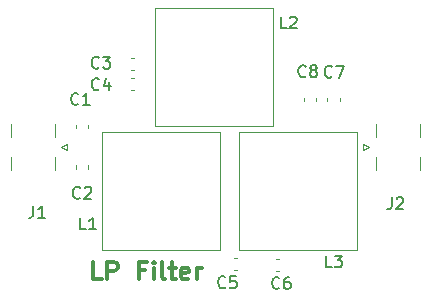
<source format=gbr>
%TF.GenerationSoftware,KiCad,Pcbnew,(6.0.1)*%
%TF.CreationDate,2022-02-12T12:27:59+00:00*%
%TF.ProjectId,LowPass_10mm,4c6f7750-6173-4735-9f31-306d6d2e6b69,rev?*%
%TF.SameCoordinates,Original*%
%TF.FileFunction,Legend,Top*%
%TF.FilePolarity,Positive*%
%FSLAX46Y46*%
G04 Gerber Fmt 4.6, Leading zero omitted, Abs format (unit mm)*
G04 Created by KiCad (PCBNEW (6.0.1)) date 2022-02-12 12:27:59*
%MOMM*%
%LPD*%
G01*
G04 APERTURE LIST*
%ADD10C,0.300000*%
%ADD11C,0.150000*%
%ADD12C,0.120000*%
G04 APERTURE END LIST*
D10*
X107872685Y-123741571D02*
X107158400Y-123741571D01*
X107158400Y-122241571D01*
X108372685Y-123741571D02*
X108372685Y-122241571D01*
X108944114Y-122241571D01*
X109086971Y-122313000D01*
X109158400Y-122384428D01*
X109229828Y-122527285D01*
X109229828Y-122741571D01*
X109158400Y-122884428D01*
X109086971Y-122955857D01*
X108944114Y-123027285D01*
X108372685Y-123027285D01*
X111515542Y-122955857D02*
X111015542Y-122955857D01*
X111015542Y-123741571D02*
X111015542Y-122241571D01*
X111729828Y-122241571D01*
X112301257Y-123741571D02*
X112301257Y-122741571D01*
X112301257Y-122241571D02*
X112229828Y-122313000D01*
X112301257Y-122384428D01*
X112372685Y-122313000D01*
X112301257Y-122241571D01*
X112301257Y-122384428D01*
X113229828Y-123741571D02*
X113086971Y-123670142D01*
X113015542Y-123527285D01*
X113015542Y-122241571D01*
X113586971Y-122741571D02*
X114158400Y-122741571D01*
X113801257Y-122241571D02*
X113801257Y-123527285D01*
X113872685Y-123670142D01*
X114015542Y-123741571D01*
X114158400Y-123741571D01*
X115229828Y-123670142D02*
X115086971Y-123741571D01*
X114801257Y-123741571D01*
X114658400Y-123670142D01*
X114586971Y-123527285D01*
X114586971Y-122955857D01*
X114658400Y-122813000D01*
X114801257Y-122741571D01*
X115086971Y-122741571D01*
X115229828Y-122813000D01*
X115301257Y-122955857D01*
X115301257Y-123098714D01*
X114586971Y-123241571D01*
X115944114Y-123741571D02*
X115944114Y-122741571D01*
X115944114Y-123027285D02*
X116015542Y-122884428D01*
X116086971Y-122813000D01*
X116229828Y-122741571D01*
X116372685Y-122741571D01*
D11*
%TO.C,L3*%
X127366733Y-122727980D02*
X126890542Y-122727980D01*
X126890542Y-121727980D01*
X127604828Y-121727980D02*
X128223876Y-121727980D01*
X127890542Y-122108933D01*
X128033400Y-122108933D01*
X128128638Y-122156552D01*
X128176257Y-122204171D01*
X128223876Y-122299409D01*
X128223876Y-122537504D01*
X128176257Y-122632742D01*
X128128638Y-122680361D01*
X128033400Y-122727980D01*
X127747685Y-122727980D01*
X127652447Y-122680361D01*
X127604828Y-122632742D01*
%TO.C,L2*%
X123531333Y-102484180D02*
X123055142Y-102484180D01*
X123055142Y-101484180D01*
X123817047Y-101579419D02*
X123864666Y-101531800D01*
X123959904Y-101484180D01*
X124198000Y-101484180D01*
X124293238Y-101531800D01*
X124340857Y-101579419D01*
X124388476Y-101674657D01*
X124388476Y-101769895D01*
X124340857Y-101912752D01*
X123769428Y-102484180D01*
X124388476Y-102484180D01*
%TO.C,L1*%
X106538733Y-119502180D02*
X106062542Y-119502180D01*
X106062542Y-118502180D01*
X107395876Y-119502180D02*
X106824447Y-119502180D01*
X107110161Y-119502180D02*
X107110161Y-118502180D01*
X107014923Y-118645038D01*
X106919685Y-118740276D01*
X106824447Y-118787895D01*
%TO.C,C4*%
X107656333Y-107621342D02*
X107608714Y-107668961D01*
X107465857Y-107716580D01*
X107370619Y-107716580D01*
X107227761Y-107668961D01*
X107132523Y-107573723D01*
X107084904Y-107478485D01*
X107037285Y-107288009D01*
X107037285Y-107145152D01*
X107084904Y-106954676D01*
X107132523Y-106859438D01*
X107227761Y-106764200D01*
X107370619Y-106716580D01*
X107465857Y-106716580D01*
X107608714Y-106764200D01*
X107656333Y-106811819D01*
X108513476Y-107049914D02*
X108513476Y-107716580D01*
X108275380Y-106668961D02*
X108037285Y-107383247D01*
X108656333Y-107383247D01*
%TO.C,C1*%
X105903733Y-108865942D02*
X105856114Y-108913561D01*
X105713257Y-108961180D01*
X105618019Y-108961180D01*
X105475161Y-108913561D01*
X105379923Y-108818323D01*
X105332304Y-108723085D01*
X105284685Y-108532609D01*
X105284685Y-108389752D01*
X105332304Y-108199276D01*
X105379923Y-108104038D01*
X105475161Y-108008800D01*
X105618019Y-107961180D01*
X105713257Y-107961180D01*
X105856114Y-108008800D01*
X105903733Y-108056419D01*
X106856114Y-108961180D02*
X106284685Y-108961180D01*
X106570400Y-108961180D02*
X106570400Y-107961180D01*
X106475161Y-108104038D01*
X106379923Y-108199276D01*
X106284685Y-108246895D01*
%TO.C,C8*%
X125156933Y-106529142D02*
X125109314Y-106576761D01*
X124966457Y-106624380D01*
X124871219Y-106624380D01*
X124728361Y-106576761D01*
X124633123Y-106481523D01*
X124585504Y-106386285D01*
X124537885Y-106195809D01*
X124537885Y-106052952D01*
X124585504Y-105862476D01*
X124633123Y-105767238D01*
X124728361Y-105672000D01*
X124871219Y-105624380D01*
X124966457Y-105624380D01*
X125109314Y-105672000D01*
X125156933Y-105719619D01*
X125728361Y-106052952D02*
X125633123Y-106005333D01*
X125585504Y-105957714D01*
X125537885Y-105862476D01*
X125537885Y-105814857D01*
X125585504Y-105719619D01*
X125633123Y-105672000D01*
X125728361Y-105624380D01*
X125918838Y-105624380D01*
X126014076Y-105672000D01*
X126061695Y-105719619D01*
X126109314Y-105814857D01*
X126109314Y-105862476D01*
X126061695Y-105957714D01*
X126014076Y-106005333D01*
X125918838Y-106052952D01*
X125728361Y-106052952D01*
X125633123Y-106100571D01*
X125585504Y-106148190D01*
X125537885Y-106243428D01*
X125537885Y-106433904D01*
X125585504Y-106529142D01*
X125633123Y-106576761D01*
X125728361Y-106624380D01*
X125918838Y-106624380D01*
X126014076Y-106576761D01*
X126061695Y-106529142D01*
X126109314Y-106433904D01*
X126109314Y-106243428D01*
X126061695Y-106148190D01*
X126014076Y-106100571D01*
X125918838Y-106052952D01*
%TO.C,C2*%
X106056133Y-116816142D02*
X106008514Y-116863761D01*
X105865657Y-116911380D01*
X105770419Y-116911380D01*
X105627561Y-116863761D01*
X105532323Y-116768523D01*
X105484704Y-116673285D01*
X105437085Y-116482809D01*
X105437085Y-116339952D01*
X105484704Y-116149476D01*
X105532323Y-116054238D01*
X105627561Y-115959000D01*
X105770419Y-115911380D01*
X105865657Y-115911380D01*
X106008514Y-115959000D01*
X106056133Y-116006619D01*
X106437085Y-116006619D02*
X106484704Y-115959000D01*
X106579942Y-115911380D01*
X106818038Y-115911380D01*
X106913276Y-115959000D01*
X106960895Y-116006619D01*
X107008514Y-116101857D01*
X107008514Y-116197095D01*
X106960895Y-116339952D01*
X106389466Y-116911380D01*
X107008514Y-116911380D01*
%TO.C,C6*%
X122921733Y-124461542D02*
X122874114Y-124509161D01*
X122731257Y-124556780D01*
X122636019Y-124556780D01*
X122493161Y-124509161D01*
X122397923Y-124413923D01*
X122350304Y-124318685D01*
X122302685Y-124128209D01*
X122302685Y-123985352D01*
X122350304Y-123794876D01*
X122397923Y-123699638D01*
X122493161Y-123604400D01*
X122636019Y-123556780D01*
X122731257Y-123556780D01*
X122874114Y-123604400D01*
X122921733Y-123652019D01*
X123778876Y-123556780D02*
X123588400Y-123556780D01*
X123493161Y-123604400D01*
X123445542Y-123652019D01*
X123350304Y-123794876D01*
X123302685Y-123985352D01*
X123302685Y-124366304D01*
X123350304Y-124461542D01*
X123397923Y-124509161D01*
X123493161Y-124556780D01*
X123683638Y-124556780D01*
X123778876Y-124509161D01*
X123826495Y-124461542D01*
X123874114Y-124366304D01*
X123874114Y-124128209D01*
X123826495Y-124032971D01*
X123778876Y-123985352D01*
X123683638Y-123937733D01*
X123493161Y-123937733D01*
X123397923Y-123985352D01*
X123350304Y-124032971D01*
X123302685Y-124128209D01*
%TO.C,C5*%
X118349733Y-124385342D02*
X118302114Y-124432961D01*
X118159257Y-124480580D01*
X118064019Y-124480580D01*
X117921161Y-124432961D01*
X117825923Y-124337723D01*
X117778304Y-124242485D01*
X117730685Y-124052009D01*
X117730685Y-123909152D01*
X117778304Y-123718676D01*
X117825923Y-123623438D01*
X117921161Y-123528200D01*
X118064019Y-123480580D01*
X118159257Y-123480580D01*
X118302114Y-123528200D01*
X118349733Y-123575819D01*
X119254495Y-123480580D02*
X118778304Y-123480580D01*
X118730685Y-123956771D01*
X118778304Y-123909152D01*
X118873542Y-123861533D01*
X119111638Y-123861533D01*
X119206876Y-123909152D01*
X119254495Y-123956771D01*
X119302114Y-124052009D01*
X119302114Y-124290104D01*
X119254495Y-124385342D01*
X119206876Y-124432961D01*
X119111638Y-124480580D01*
X118873542Y-124480580D01*
X118778304Y-124432961D01*
X118730685Y-124385342D01*
%TO.C,J2*%
X132432466Y-116800380D02*
X132432466Y-117514666D01*
X132384847Y-117657523D01*
X132289609Y-117752761D01*
X132146752Y-117800380D01*
X132051514Y-117800380D01*
X132861038Y-116895619D02*
X132908657Y-116848000D01*
X133003895Y-116800380D01*
X133241990Y-116800380D01*
X133337228Y-116848000D01*
X133384847Y-116895619D01*
X133432466Y-116990857D01*
X133432466Y-117086095D01*
X133384847Y-117228952D01*
X132813419Y-117800380D01*
X133432466Y-117800380D01*
%TO.C,J1*%
X102079466Y-117536980D02*
X102079466Y-118251266D01*
X102031847Y-118394123D01*
X101936609Y-118489361D01*
X101793752Y-118536980D01*
X101698514Y-118536980D01*
X103079466Y-118536980D02*
X102508038Y-118536980D01*
X102793752Y-118536980D02*
X102793752Y-117536980D01*
X102698514Y-117679838D01*
X102603276Y-117775076D01*
X102508038Y-117822695D01*
%TO.C,C7*%
X127366733Y-106554542D02*
X127319114Y-106602161D01*
X127176257Y-106649780D01*
X127081019Y-106649780D01*
X126938161Y-106602161D01*
X126842923Y-106506923D01*
X126795304Y-106411685D01*
X126747685Y-106221209D01*
X126747685Y-106078352D01*
X126795304Y-105887876D01*
X126842923Y-105792638D01*
X126938161Y-105697400D01*
X127081019Y-105649780D01*
X127176257Y-105649780D01*
X127319114Y-105697400D01*
X127366733Y-105745019D01*
X127700066Y-105649780D02*
X128366733Y-105649780D01*
X127938161Y-106649780D01*
%TO.C,C3*%
X107656333Y-105792542D02*
X107608714Y-105840161D01*
X107465857Y-105887780D01*
X107370619Y-105887780D01*
X107227761Y-105840161D01*
X107132523Y-105744923D01*
X107084904Y-105649685D01*
X107037285Y-105459209D01*
X107037285Y-105316352D01*
X107084904Y-105125876D01*
X107132523Y-105030638D01*
X107227761Y-104935400D01*
X107370619Y-104887780D01*
X107465857Y-104887780D01*
X107608714Y-104935400D01*
X107656333Y-104983019D01*
X107989666Y-104887780D02*
X108608714Y-104887780D01*
X108275380Y-105268733D01*
X108418238Y-105268733D01*
X108513476Y-105316352D01*
X108561095Y-105363971D01*
X108608714Y-105459209D01*
X108608714Y-105697304D01*
X108561095Y-105792542D01*
X108513476Y-105840161D01*
X108418238Y-105887780D01*
X108132523Y-105887780D01*
X108037285Y-105840161D01*
X107989666Y-105792542D01*
D12*
%TO.C,L3*%
X129510800Y-121255800D02*
X129510800Y-111255800D01*
X119510800Y-121255800D02*
X129510800Y-121255800D01*
X129510800Y-111255800D02*
X119510800Y-111255800D01*
X119510800Y-111255800D02*
X119510800Y-121255800D01*
%TO.C,L2*%
X112398800Y-110740200D02*
X122398800Y-110740200D01*
X112398800Y-100740200D02*
X112398800Y-110740200D01*
X122398800Y-110740200D02*
X122398800Y-100740200D01*
X122398800Y-100740200D02*
X112398800Y-100740200D01*
%TO.C,L1*%
X107877600Y-111281200D02*
X107877600Y-121281200D01*
X117877600Y-111281200D02*
X107877600Y-111281200D01*
X107877600Y-121281200D02*
X117877600Y-121281200D01*
X117877600Y-121281200D02*
X117877600Y-111281200D01*
%TO.C,C4*%
X110630580Y-107723400D02*
X110349420Y-107723400D01*
X110630580Y-106703400D02*
X110349420Y-106703400D01*
%TO.C,C1*%
X106758200Y-110960780D02*
X106758200Y-110679620D01*
X105738200Y-110960780D02*
X105738200Y-110679620D01*
%TO.C,C8*%
X126036800Y-108672580D02*
X126036800Y-108391420D01*
X125016800Y-108672580D02*
X125016800Y-108391420D01*
%TO.C,C2*%
X105712800Y-114083220D02*
X105712800Y-114364380D01*
X106732800Y-114083220D02*
X106732800Y-114364380D01*
%TO.C,C6*%
X122617620Y-123014200D02*
X122898780Y-123014200D01*
X122617620Y-121994200D02*
X122898780Y-121994200D01*
%TO.C,C5*%
X119368180Y-121943400D02*
X119087020Y-121943400D01*
X119368180Y-122963400D02*
X119087020Y-122963400D01*
%TO.C,J2*%
X134800000Y-111660000D02*
X134800000Y-110550000D01*
X130040000Y-112750000D02*
X130540000Y-112500000D01*
X131090000Y-114450000D02*
X131090000Y-113340000D01*
X130540000Y-112500000D02*
X130040000Y-112250000D01*
X130040000Y-112250000D02*
X130040000Y-112750000D01*
X131090000Y-111660000D02*
X131090000Y-110550000D01*
X134800000Y-114450000D02*
X134800000Y-113340000D01*
%TO.C,J1*%
X100200000Y-110550000D02*
X100200000Y-111660000D01*
X104460000Y-112500000D02*
X104960000Y-112750000D01*
X103910000Y-110550000D02*
X103910000Y-111660000D01*
X100200000Y-113340000D02*
X100200000Y-114450000D01*
X104960000Y-112250000D02*
X104460000Y-112500000D01*
X103910000Y-113340000D02*
X103910000Y-114450000D01*
X104960000Y-112750000D02*
X104960000Y-112250000D01*
%TO.C,C7*%
X128018000Y-108674780D02*
X128018000Y-108393620D01*
X126998000Y-108674780D02*
X126998000Y-108393620D01*
%TO.C,C3*%
X110630580Y-105001600D02*
X110349420Y-105001600D01*
X110630580Y-106021600D02*
X110349420Y-106021600D01*
%TD*%
M02*

</source>
